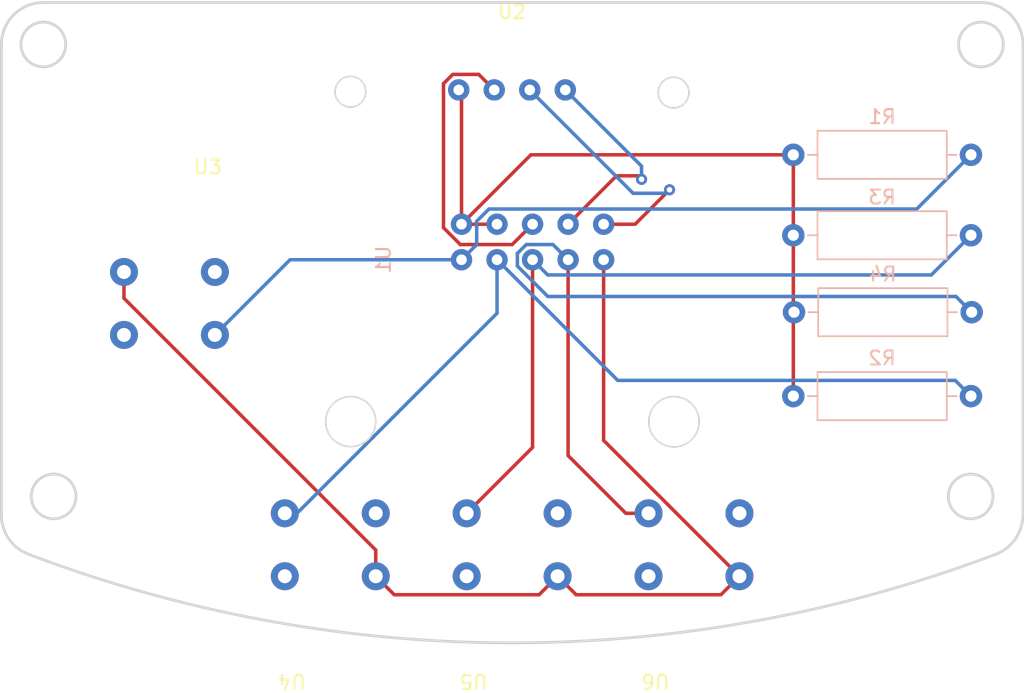
<source format=kicad_pcb>
(kicad_pcb (version 20211014) (generator pcbnew)
  (layers (0 "F.Cu" signal) (31 "B.Cu" signal) (34 "B.Paste" user) (35 "F.Paste" user) (36 "B.SilkS" user "B.Silkscreen") (37 "F.SilkS" user "F.Silkscreen") (38 "B.Mask" user) (39 "F.Mask" user) (44 "Edge.Cuts" user))
  (net 0 "")
  (net 1 "UI_1")
  (net 2 "GND")
  (net 3 "UI_2")
  (net 4 "UI_3")
  (net 5 "3.3V")
  (net 14 "UI_4")
  (net 15 "5V")
  (net 16 "SDA")
  (net 17 "SCL")
  (footprint "RCJ_Library:TactSwitch" (layer "F.Cu") (at 124.5 115.875 180)
    (fp_text reference "U4" (at 0 -0.5 180 unlocked) (layer "F.SilkS"))
    (fp_text value "TactSwitch")
    (pad "1" thru_hole circle (at -6 7 180) (size 2 2) (drill 1) (layers *.Cu *.Mask) (net 5 "3.3V"))
    (pad "2" thru_hole circle (at 0.5 7 180) (size 2 2) (drill 1) (layers *.Cu *.Mask))
    (pad "3" thru_hole circle (at -6 11.5 180) (size 2 2) (drill 1) (layers *.Cu *.Mask))
    (pad "4" thru_hole circle (at 0.5 11.5 180) (size 2 2) (drill 1) (layers *.Cu *.Mask) (net 3 "UI_2"))
  )
  (footprint "RCJ_Library:TactSwitch" (layer "F.Cu") (at 150.5 115.875 180)
    (fp_text reference "U6" (at 0 -0.5 180 unlocked) (layer "F.SilkS"))
    (fp_text value "TactSwitch")
    (pad "1" thru_hole circle (at -6 7 180) (size 2 2) (drill 1) (layers *.Cu *.Mask) (net 5 "3.3V"))
    (pad "2" thru_hole circle (at 0.5 7 180) (size 2 2) (drill 1) (layers *.Cu *.Mask))
    (pad "3" thru_hole circle (at -6 11.5 180) (size 2 2) (drill 1) (layers *.Cu *.Mask))
    (pad "4" thru_hole circle (at 0.5 11.5 180) (size 2 2) (drill 1) (layers *.Cu *.Mask) (net 14 "UI_4"))
  )
  (footprint "RCJ_Library:TactSwitch" (layer "F.Cu") (at 137.5 115.875 180)
    (fp_text reference "U5" (at 0 -0.5 180 unlocked) (layer "F.SilkS"))
    (fp_text value "TactSwitch")
    (pad "1" thru_hole circle (at -6 7 180) (size 2 2) (drill 1) (layers *.Cu *.Mask) (net 5 "3.3V"))
    (pad "2" thru_hole circle (at 0.5 7 180) (size 2 2) (drill 1) (layers *.Cu *.Mask))
    (pad "3" thru_hole circle (at -6 11.5 180) (size 2 2) (drill 1) (layers *.Cu *.Mask))
    (pad "4" thru_hole circle (at 0.5 11.5 180) (size 2 2) (drill 1) (layers *.Cu *.Mask) (net 4 "UI_3"))
  )
  (footprint "RCJ_Library:TactSwitch" (layer "F.Cu") (at 118.5 80.125)
    (fp_text reference "U3" (at 0 -0.5 unlocked) (layer "F.SilkS"))
    (fp_text value "TactSwitch")
    (pad "1" thru_hole circle (at -6 7) (size 2 2) (drill 1) (layers *.Cu *.Mask) (net 5 "3.3V"))
    (pad "2" thru_hole circle (at 0.5 7) (size 2 2) (drill 1) (layers *.Cu *.Mask))
    (pad "3" thru_hole circle (at -6 11.5) (size 2 2) (drill 1) (layers *.Cu *.Mask))
    (pad "4" thru_hole circle (at 0.5 11.5) (size 2 2) (drill 1) (layers *.Cu *.Mask) (net 1 "UI_1"))
  )
  (footprint "RCJ_Library:0.96inch_OLED" (layer "F.Cu") (at 140.24 69.03)
    (fp_text reference "U2" (at 0 -0.5 unlocked) (layer "F.SilkS"))
    (fp_text value "0.96inch_OLED")
    (fp_circle (center 11.58 28.8) (end 13.38 28.81) (layer "Edge.Cuts") (width 0.12) (fill none))
    (fp_circle (center -11.53 28.79) (end -9.74 28.8) (layer "Edge.Cuts") (width 0.12) (fill none))
    (fp_circle (center -11.55 5.21) (end -10.45 5.24) (layer "Edge.Cuts") (width 0.12) (fill none))
    (fp_circle (center 11.55 5.27) (end 12.65 5.28) (layer "Edge.Cuts") (width 0.12) (fill none))
    (pad "1" thru_hole circle (at -3.81 5.08) (size 1.524 1.524) (drill 0.762) (layers *.Cu *.Mask) (net 2 "GND"))
    (pad "2" thru_hole circle (at -1.27 5.08) (size 1.524 1.524) (drill 0.762) (layers *.Cu *.Mask) (net 15 "5V"))
    (pad "3" thru_hole circle (at 1.27 5.08) (size 1.524 1.524) (drill 0.762) (layers *.Cu *.Mask) (net 17 "SCL"))
    (pad "4" thru_hole circle (at 3.81 5.08) (size 1.524 1.524) (drill 0.762) (layers *.Cu *.Mask) (net 16 "SDA"))
  )
  (footprint "Resistor_THT:R_Axial_DIN0309_L9.0mm_D3.2mm_P12.70mm_Horizontal" (layer "B.Cu") (at 173.05 78.75 180)
    (fp_text reference "R1" (at 6.35 2.72) (layer "B.SilkS") (effects (justify mirror)))
    (fp_text value "R")
    (fp_line (start 10.97 -1.72) (end 10.97 1.72) (layer "B.SilkS") (width 0.12))
    (fp_line (start 1.04 0) (end 1.73 0) (layer "B.SilkS") (width 0.12))
    (fp_line (start 1.73 -1.72) (end 10.97 -1.72) (layer "B.SilkS") (width 0.12))
    (fp_line (start 10.97 1.72) (end 1.73 1.72) (layer "B.SilkS") (width 0.12))
    (fp_line (start 1.73 1.72) (end 1.73 -1.72) (layer "B.SilkS") (width 0.12))
    (fp_line (start 11.66 0) (end 10.97 0) (layer "B.SilkS") (width 0.12))
    (pad "1" thru_hole circle (at 0 0 180) (size 1.6 1.6) (drill 0.8) (layers *.Cu *.Mask) (net 1 "UI_1"))
    (pad "2" thru_hole oval (at 12.7 0 180) (size 1.6 1.6) (drill 0.8) (layers *.Cu *.Mask) (net 2 "GND"))
  )
  (footprint "RCJ_Library:10pin_Flatcable" (layer "B.Cu") (at 131.55 86.25 -90)
    (fp_text reference "U1" (at 0 0.5 90 unlocked) (layer "B.SilkS") (effects (justify mirror)))
    (fp_text value "10pin_Flatcable")
    (pad "1" thru_hole circle (at -2.54 -5.08 270) (size 1.524 1.524) (drill 0.762) (layers *.Cu *.Mask) (net 2 "GND"))
    (pad "2" thru_hole circle (at -2.54 -7.62 270) (size 1.524 1.524) (drill 0.762) (layers *.Cu *.Mask) (net 2 "GND"))
    (pad "3" thru_hole circle (at -2.54 -10.16 270) (size 1.524 1.524) (drill 0.762) (layers *.Cu *.Mask) (net 15 "5V"))
    (pad "4" thru_hole circle (at -2.54 -12.7 270) (size 1.524 1.524) (drill 0.762) (layers *.Cu *.Mask) (net 16 "SDA"))
    (pad "5" thru_hole circle (at -2.54 -15.24 270) (size 1.524 1.524) (drill 0.762) (layers *.Cu *.Mask) (net 17 "SCL"))
    (pad "6" thru_hole circle (at 0 -5.08 270) (size 1.524 1.524) (drill 0.762) (layers *.Cu *.Mask) (net 1 "UI_1"))
    (pad "7" thru_hole circle (at 0 -7.62 270) (size 1.524 1.524) (drill 0.762) (layers *.Cu *.Mask) (net 3 "UI_2"))
    (pad "8" thru_hole circle (at 0 -10.16 270) (size 1.524 1.524) (drill 0.762) (layers *.Cu *.Mask) (net 4 "UI_3"))
    (pad "9" thru_hole circle (at 0 -12.7 270) (size 1.524 1.524) (drill 0.762) (layers *.Cu *.Mask) (net 14 "UI_4"))
    (pad "10" thru_hole circle (at 0 -15.24 270) (size 1.524 1.524) (drill 0.762) (layers *.Cu *.Mask) (net 5 "3.3V"))
  )
  (footprint "Resistor_THT:R_Axial_DIN0309_L9.0mm_D3.2mm_P12.70mm_Horizontal" (layer "B.Cu") (at 173.1 90 180)
    (fp_text reference "R4" (at 6.35 2.72) (layer "B.SilkS") (effects (justify mirror)))
    (fp_text value "R")
    (fp_line (start 1.73 1.72) (end 1.73 -1.72) (layer "B.SilkS") (width 0.12))
    (fp_line (start 10.97 -1.72) (end 10.97 1.72) (layer "B.SilkS") (width 0.12))
    (fp_line (start 1.73 -1.72) (end 10.97 -1.72) (layer "B.SilkS") (width 0.12))
    (fp_line (start 1.04 0) (end 1.73 0) (layer "B.SilkS") (width 0.12))
    (fp_line (start 10.97 1.72) (end 1.73 1.72) (layer "B.SilkS") (width 0.12))
    (fp_line (start 11.66 0) (end 10.97 0) (layer "B.SilkS") (width 0.12))
    (pad "1" thru_hole circle (at 0 0 180) (size 1.6 1.6) (drill 0.8) (layers *.Cu *.Mask) (net 14 "UI_4"))
    (pad "2" thru_hole oval (at 12.7 0 180) (size 1.6 1.6) (drill 0.8) (layers *.Cu *.Mask) (net 2 "GND"))
  )
  (footprint "Resistor_THT:R_Axial_DIN0309_L9.0mm_D3.2mm_P12.70mm_Horizontal" (layer "B.Cu") (at 173.05 96 180)
    (fp_text reference "R2" (at 6.35 2.72) (layer "B.SilkS") (effects (justify mirror)))
    (fp_text value "R")
    (fp_line (start 1.73 1.72) (end 1.73 -1.72) (layer "B.SilkS") (width 0.12))
    (fp_line (start 10.97 -1.72) (end 10.97 1.72) (layer "B.SilkS") (width 0.12))
    (fp_line (start 10.97 1.72) (end 1.73 1.72) (layer "B.SilkS") (width 0.12))
    (fp_line (start 1.73 -1.72) (end 10.97 -1.72) (layer "B.SilkS") (width 0.12))
    (fp_line (start 1.04 0) (end 1.73 0) (layer "B.SilkS") (width 0.12))
    (fp_line (start 11.66 0) (end 10.97 0) (layer "B.SilkS") (width 0.12))
    (pad "1" thru_hole circle (at 0 0 180) (size 1.6 1.6) (drill 0.8) (layers *.Cu *.Mask) (net 3 "UI_2"))
    (pad "2" thru_hole oval (at 12.7 0 180) (size 1.6 1.6) (drill 0.8) (layers *.Cu *.Mask) (net 2 "GND"))
  )
  (footprint "Resistor_THT:R_Axial_DIN0309_L9.0mm_D3.2mm_P12.70mm_Horizontal" (layer "B.Cu") (at 173.05 84.5 180)
    (fp_text reference "R3" (at 6.35 2.72) (layer "B.SilkS") (effects (justify mirror)))
    (fp_text value "R")
    (fp_line (start 10.97 1.72) (end 1.73 1.72) (layer "B.SilkS") (width 0.12))
    (fp_line (start 1.73 -1.72) (end 10.97 -1.72) (layer "B.SilkS") (width 0.12))
    (fp_line (start 10.97 -1.72) (end 10.97 1.72) (layer "B.SilkS") (width 0.12))
    (fp_line (start 1.04 0) (end 1.73 0) (layer "B.SilkS") (width 0.12))
    (fp_line (start 11.66 0) (end 10.97 0) (layer "B.SilkS") (width 0.12))
    (fp_line (start 1.73 1.72) (end 1.73 -1.72) (layer "B.SilkS") (width 0.12))
    (pad "1" thru_hole circle (at 0 0 180) (size 1.6 1.6) (drill 0.8) (layers *.Cu *.Mask) (net 4 "UI_3"))
    (pad "2" thru_hole oval (at 12.7 0 180) (size 1.6 1.6) (drill 0.8) (layers *.Cu *.Mask) (net 2 "GND"))
  )
  (gr_line (start 103.738267 104.495971) (end 103.738267 70.862469) (layer "Edge.Cuts") (width 0.2))
  (gr_arc (start 105.674402 107.301001) (mid 104.2693 106.200143) (end 103.738267 104.495971) (layer "Edge.Cuts") (width 0.2))
  (gr_circle (center 173.761733 70.862469) (end 175.361733 70.862469) (layer "Edge.Cuts") (width 0.2) (fill none))
  (gr_circle (center 106.738267 70.862469) (end 108.338267 70.862469) (layer "Edge.Cuts") (width 0.2) (fill none))
  (gr_circle (center 173.027535 103.169901) (end 174.627535 103.169901) (layer "Edge.Cuts") (width 0.2) (fill none))
  (gr_arc (start 174.825598 107.301001) (mid 140.25 113.637532) (end 105.674402 107.301001) (layer "Edge.Cuts") (width 0.2))
  (gr_arc (start 176.761733 104.495971) (mid 176.2307 106.200143) (end 174.825598 107.301001) (layer "Edge.Cuts") (width 0.2))
  (gr_line (start 176.761733 70.862469) (end 176.761733 104.495971) (layer "Edge.Cuts") (width 0.2))
  (gr_circle (center 107.472465 103.169901) (end 109.072465 103.169901) (layer "Edge.Cuts") (width 0.2) (fill none))
  (gr_arc (start 173.761733 67.862469) (mid 175.883054 68.741148) (end 176.761733 70.862469) (layer "Edge.Cuts") (width 0.2))
  (gr_line (start 106.738267 67.862469) (end 173.761733 67.862469) (layer "Edge.Cuts") (width 0.2))
  (gr_arc (start 103.738267 70.862469) (mid 104.616946 68.741148) (end 106.738267 67.862469) (layer "Edge.Cuts") (width 0.2))
  (segment (start 173.05 78.75) (end 169.176511 82.623489) (width 0.25) (layer "B.Cu") (net 1))
  (segment (start 138.593022 82.623489) (end 137.716511 83.5) (width 0.25) (layer "B.Cu") (net 1))
  (segment (start 137.716511 83.5) (end 137.716511 85.163489) (width 0.25) (layer "B.Cu") (net 1))
  (segment (start 136.63 86.25) (end 124.375 86.25) (width 0.25) (layer "B.Cu") (net 1))
  (segment (start 169.176511 82.623489) (end 138.593022 82.623489) (width 0.25) (layer "B.Cu") (net 1))
  (segment (start 137.716511 85.163489) (end 136.63 86.25) (width 0.25) (layer "B.Cu") (net 1))
  (segment (start 124.375 86.25) (end 119 91.625) (width 0.25) (layer "B.Cu") (net 1))
  (segment (start 160.35 96) (end 160.35 78.75) (width 0.25) (layer "F.Cu") (net 2))
  (segment (start 141.59 78.75) (end 136.63 83.71) (width 0.25) (layer "F.Cu") (net 2))
  (segment (start 136.63 74.31) (end 136.43 74.11) (width 0.25) (layer "F.Cu") (net 2))
  (segment (start 136.63 83.71) (end 139.17 83.71) (width 0.25) (layer "F.Cu") (net 2))
  (segment (start 136.63 83.71) (end 136.63 74.31) (width 0.25) (layer "F.Cu") (net 2))
  (segment (start 160.35 78.75) (end 141.59 78.75) (width 0.25) (layer "F.Cu") (net 2))
  (segment (start 171.925489 94.875489) (end 147.795489 94.875489) (width 0.25) (layer "B.Cu") (net 3))
  (segment (start 139.17 90.071733) (end 124.866733 104.375) (width 0.25) (layer "B.Cu") (net 3))
  (segment (start 124.866733 104.375) (end 124 104.375) (width 0.25) (layer "B.Cu") (net 3))
  (segment (start 147.795489 94.875489) (end 139.17 86.25) (width 0.25) (layer "B.Cu") (net 3))
  (segment (start 139.17 86.25) (end 139.17 90.071733) (width 0.25) (layer "B.Cu") (net 3))
  (segment (start 173.05 96) (end 171.925489 94.875489) (width 0.25) (layer "B.Cu") (net 3))
  (segment (start 141.71 86.25) (end 141.71 99.665) (width 0.25) (layer "F.Cu") (net 4))
  (segment (start 141.71 99.665) (end 137 104.375) (width 0.25) (layer "F.Cu") (net 4))
  (segment (start 142.796511 87.336511) (end 141.71 86.25) (width 0.25) (layer "B.Cu") (net 4))
  (segment (start 170.213489 87.336511) (end 142.796511 87.336511) (width 0.25) (layer "B.Cu") (net 4))
  (segment (start 173.05 84.5) (end 170.213489 87.336511) (width 0.25) (layer "B.Cu") (net 4))
  (segment (start 143.5 108.875) (end 144.824511 110.199511) (width 0.25) (layer "F.Cu") (net 5))
  (segment (start 156.5 108.875) (end 146.79 99.165) (width 0.25) (layer "F.Cu") (net 5))
  (segment (start 131.824511 110.199511) (end 142.175489 110.199511) (width 0.25) (layer "F.Cu") (net 5))
  (segment (start 112.5 87.125) (end 112.5 89) (width 0.25) (layer "F.Cu") (net 5))
  (segment (start 112.5 89) (end 130.5 107) (width 0.25) (layer "F.Cu") (net 5))
  (segment (start 130.5 107) (end 130.5 108.875) (width 0.25) (layer "F.Cu") (net 5))
  (segment (start 155.175489 110.199511) (end 156.5 108.875) (width 0.25) (layer "F.Cu") (net 5))
  (segment (start 130.5 108.875) (end 131.824511 110.199511) (width 0.25) (layer "F.Cu") (net 5))
  (segment (start 146.79 99.165) (end 146.79 86.25) (width 0.25) (layer "F.Cu") (net 5))
  (segment (start 144.824511 110.199511) (end 155.175489 110.199511) (width 0.25) (layer "F.Cu") (net 5))
  (segment (start 142.175489 110.199511) (end 143.5 108.875) (width 0.25) (layer "F.Cu") (net 5))
  (segment (start 144.25 100.25) (end 144.25 86.25) (width 0.25) (layer "F.Cu") (net 14))
  (segment (start 148.375 104.375) (end 144.25 100.25) (width 0.25) (layer "F.Cu") (net 14))
  (segment (start 150 104.375) (end 148.375 104.375) (width 0.25) (layer "F.Cu") (net 14))
  (segment (start 140.623489 86.700049) (end 140.623489 85.799951) (width 0.25) (layer "B.Cu") (net 14))
  (segment (start 171.975489 88.875489) (end 142.798929 88.875489) (width 0.25) (layer "B.Cu") (net 14))
  (segment (start 141.259951 85.163489) (end 143.163489 85.163489) (width 0.25) (layer "B.Cu") (net 14))
  (segment (start 143.163489 85.163489) (end 144.25 86.25) (width 0.25) (layer "B.Cu") (net 14))
  (segment (start 142.798929 88.875489) (end 140.623489 86.700049) (width 0.25) (layer "B.Cu") (net 14))
  (segment (start 140.623489 85.799951) (end 141.259951 85.163489) (width 0.25) (layer "B.Cu") (net 14))
  (segment (start 173.1 90) (end 171.975489 88.875489) (width 0.25) (layer "B.Cu") (net 14))
  (segment (start 141.71 83.71) (end 140.256511 85.163489) (width 0.25) (layer "F.Cu") (net 15))
  (segment (start 140.256511 85.163489) (end 136.546929 85.163489) (width 0.25) (layer "F.Cu") (net 15))
  (segment (start 135.343489 83.960049) (end 135.343489 73.659951) (width 0.25) (layer "F.Cu") (net 15))
  (segment (start 136.00344 73) (end 137.86 73) (width 0.25) (layer "F.Cu") (net 15))
  (segment (start 136.546929 85.163489) (end 135.343489 83.960049) (width 0.25) (layer "F.Cu") (net 15))
  (segment (start 135.343489 73.659951) (end 136.00344 73) (width 0.25) (layer "F.Cu") (net 15))
  (segment (start 137.86 73) (end 138.97 74.11) (width 0.25) (layer "F.Cu") (net 15))
  (segment (start 144.25 83.71) (end 147.71 80.25) (width 0.25) (layer "F.Cu") (net 16))
  (segment (start 147.71 80.25) (end 149.5 80.25) (width 0.25) (layer "F.Cu") (net 16))
  (segment (start 149.5 80.25) (end 149.5 80.5) (width 0.25) (layer "F.Cu") (net 16))
  (via (at 149.5 80.5) (size 0.8) (drill 0.4) (layers "F.Cu" "B.Cu") (net 16))
  (segment (start 149.5 80.5) (end 149.5 79.56) (width 0.25) (layer "B.Cu") (net 16))
  (segment (start 149.5 79.56) (end 144.05 74.11) (width 0.25) (layer "B.Cu") (net 16))
  (segment (start 151.5 81.25) (end 149.04 83.71) (width 0.25) (layer "F.Cu") (net 17))
  (segment (start 149.04 83.71) (end 146.79 83.71) (width 0.25) (layer "F.Cu") (net 17))
  (via (at 151.5 81.25) (size 0.8) (drill 0.4) (layers "F.Cu" "B.Cu") (net 17))
  (segment (start 141.51 74.11) (end 148.9 81.5) (width 0.25) (layer "B.Cu") (net 17))
  (segment (start 151.25 81.5) (end 151.5 81.25) (width 0.25) (layer "B.Cu") (net 17))
  (segment (start 148.9 81.5) (end 151.25 81.5) (width 0.25) (layer "B.Cu") (net 17))
)
</source>
